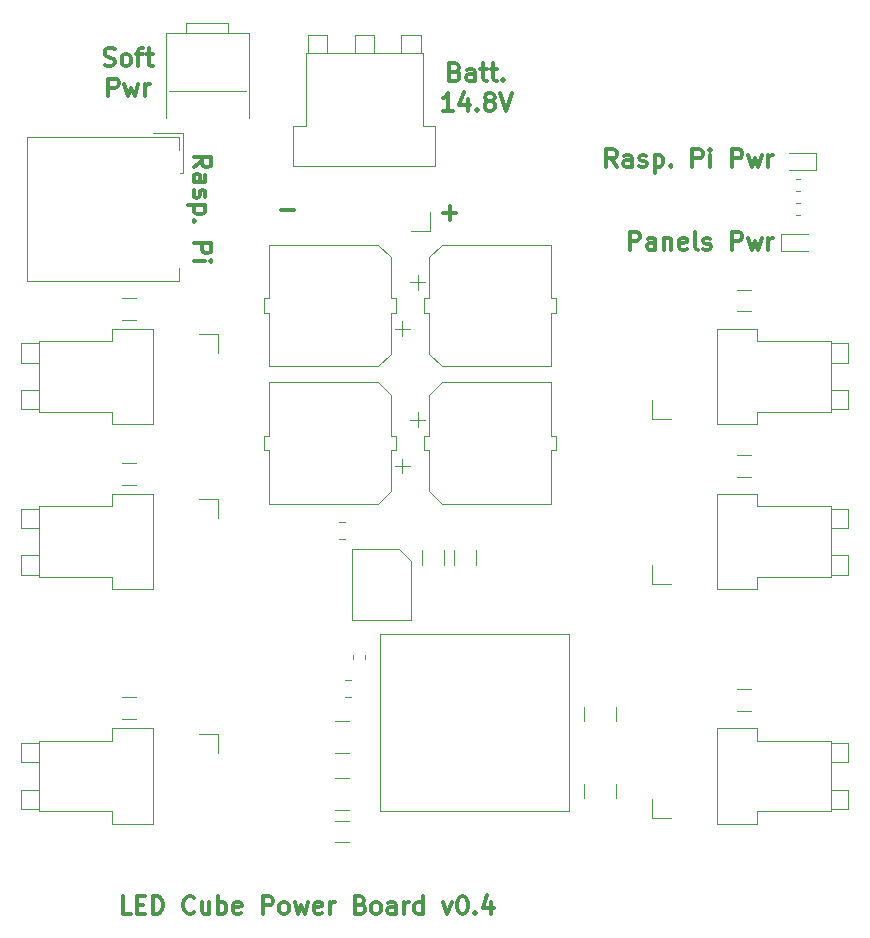
<source format=gbr>
G04 #@! TF.GenerationSoftware,KiCad,Pcbnew,(5.1.0-0)*
G04 #@! TF.CreationDate,2019-05-02T09:23:52-04:00*
G04 #@! TF.ProjectId,Power Board,506f7765-7220-4426-9f61-72642e6b6963,rev?*
G04 #@! TF.SameCoordinates,Original*
G04 #@! TF.FileFunction,Legend,Top*
G04 #@! TF.FilePolarity,Positive*
%FSLAX46Y46*%
G04 Gerber Fmt 4.6, Leading zero omitted, Abs format (unit mm)*
G04 Created by KiCad (PCBNEW (5.1.0-0)) date 2019-05-02 09:23:52*
%MOMM*%
%LPD*%
G04 APERTURE LIST*
%ADD10C,0.300000*%
%ADD11C,0.120000*%
G04 APERTURE END LIST*
D10*
X86266428Y-109428571D02*
X85552142Y-109428571D01*
X85552142Y-107928571D01*
X86766428Y-108642857D02*
X87266428Y-108642857D01*
X87480714Y-109428571D02*
X86766428Y-109428571D01*
X86766428Y-107928571D01*
X87480714Y-107928571D01*
X88123571Y-109428571D02*
X88123571Y-107928571D01*
X88480714Y-107928571D01*
X88695000Y-108000000D01*
X88837857Y-108142857D01*
X88909285Y-108285714D01*
X88980714Y-108571428D01*
X88980714Y-108785714D01*
X88909285Y-109071428D01*
X88837857Y-109214285D01*
X88695000Y-109357142D01*
X88480714Y-109428571D01*
X88123571Y-109428571D01*
X91623571Y-109285714D02*
X91552142Y-109357142D01*
X91337857Y-109428571D01*
X91195000Y-109428571D01*
X90980714Y-109357142D01*
X90837857Y-109214285D01*
X90766428Y-109071428D01*
X90695000Y-108785714D01*
X90695000Y-108571428D01*
X90766428Y-108285714D01*
X90837857Y-108142857D01*
X90980714Y-108000000D01*
X91195000Y-107928571D01*
X91337857Y-107928571D01*
X91552142Y-108000000D01*
X91623571Y-108071428D01*
X92909285Y-108428571D02*
X92909285Y-109428571D01*
X92266428Y-108428571D02*
X92266428Y-109214285D01*
X92337857Y-109357142D01*
X92480714Y-109428571D01*
X92695000Y-109428571D01*
X92837857Y-109357142D01*
X92909285Y-109285714D01*
X93623571Y-109428571D02*
X93623571Y-107928571D01*
X93623571Y-108500000D02*
X93766428Y-108428571D01*
X94052142Y-108428571D01*
X94195000Y-108500000D01*
X94266428Y-108571428D01*
X94337857Y-108714285D01*
X94337857Y-109142857D01*
X94266428Y-109285714D01*
X94195000Y-109357142D01*
X94052142Y-109428571D01*
X93766428Y-109428571D01*
X93623571Y-109357142D01*
X95552142Y-109357142D02*
X95409285Y-109428571D01*
X95123571Y-109428571D01*
X94980714Y-109357142D01*
X94909285Y-109214285D01*
X94909285Y-108642857D01*
X94980714Y-108500000D01*
X95123571Y-108428571D01*
X95409285Y-108428571D01*
X95552142Y-108500000D01*
X95623571Y-108642857D01*
X95623571Y-108785714D01*
X94909285Y-108928571D01*
X97409285Y-109428571D02*
X97409285Y-107928571D01*
X97980714Y-107928571D01*
X98123571Y-108000000D01*
X98195000Y-108071428D01*
X98266428Y-108214285D01*
X98266428Y-108428571D01*
X98195000Y-108571428D01*
X98123571Y-108642857D01*
X97980714Y-108714285D01*
X97409285Y-108714285D01*
X99123571Y-109428571D02*
X98980714Y-109357142D01*
X98909285Y-109285714D01*
X98837857Y-109142857D01*
X98837857Y-108714285D01*
X98909285Y-108571428D01*
X98980714Y-108500000D01*
X99123571Y-108428571D01*
X99337857Y-108428571D01*
X99480714Y-108500000D01*
X99552142Y-108571428D01*
X99623571Y-108714285D01*
X99623571Y-109142857D01*
X99552142Y-109285714D01*
X99480714Y-109357142D01*
X99337857Y-109428571D01*
X99123571Y-109428571D01*
X100123571Y-108428571D02*
X100409285Y-109428571D01*
X100695000Y-108714285D01*
X100980714Y-109428571D01*
X101266428Y-108428571D01*
X102409285Y-109357142D02*
X102266428Y-109428571D01*
X101980714Y-109428571D01*
X101837857Y-109357142D01*
X101766428Y-109214285D01*
X101766428Y-108642857D01*
X101837857Y-108500000D01*
X101980714Y-108428571D01*
X102266428Y-108428571D01*
X102409285Y-108500000D01*
X102480714Y-108642857D01*
X102480714Y-108785714D01*
X101766428Y-108928571D01*
X103123571Y-109428571D02*
X103123571Y-108428571D01*
X103123571Y-108714285D02*
X103195000Y-108571428D01*
X103266428Y-108500000D01*
X103409285Y-108428571D01*
X103552142Y-108428571D01*
X105695000Y-108642857D02*
X105909285Y-108714285D01*
X105980714Y-108785714D01*
X106052142Y-108928571D01*
X106052142Y-109142857D01*
X105980714Y-109285714D01*
X105909285Y-109357142D01*
X105766428Y-109428571D01*
X105195000Y-109428571D01*
X105195000Y-107928571D01*
X105695000Y-107928571D01*
X105837857Y-108000000D01*
X105909285Y-108071428D01*
X105980714Y-108214285D01*
X105980714Y-108357142D01*
X105909285Y-108500000D01*
X105837857Y-108571428D01*
X105695000Y-108642857D01*
X105195000Y-108642857D01*
X106909285Y-109428571D02*
X106766428Y-109357142D01*
X106695000Y-109285714D01*
X106623571Y-109142857D01*
X106623571Y-108714285D01*
X106695000Y-108571428D01*
X106766428Y-108500000D01*
X106909285Y-108428571D01*
X107123571Y-108428571D01*
X107266428Y-108500000D01*
X107337857Y-108571428D01*
X107409285Y-108714285D01*
X107409285Y-109142857D01*
X107337857Y-109285714D01*
X107266428Y-109357142D01*
X107123571Y-109428571D01*
X106909285Y-109428571D01*
X108695000Y-109428571D02*
X108695000Y-108642857D01*
X108623571Y-108500000D01*
X108480714Y-108428571D01*
X108195000Y-108428571D01*
X108052142Y-108500000D01*
X108695000Y-109357142D02*
X108552142Y-109428571D01*
X108195000Y-109428571D01*
X108052142Y-109357142D01*
X107980714Y-109214285D01*
X107980714Y-109071428D01*
X108052142Y-108928571D01*
X108195000Y-108857142D01*
X108552142Y-108857142D01*
X108695000Y-108785714D01*
X109409285Y-109428571D02*
X109409285Y-108428571D01*
X109409285Y-108714285D02*
X109480714Y-108571428D01*
X109552142Y-108500000D01*
X109695000Y-108428571D01*
X109837857Y-108428571D01*
X110980714Y-109428571D02*
X110980714Y-107928571D01*
X110980714Y-109357142D02*
X110837857Y-109428571D01*
X110552142Y-109428571D01*
X110409285Y-109357142D01*
X110337857Y-109285714D01*
X110266428Y-109142857D01*
X110266428Y-108714285D01*
X110337857Y-108571428D01*
X110409285Y-108500000D01*
X110552142Y-108428571D01*
X110837857Y-108428571D01*
X110980714Y-108500000D01*
X112695000Y-108428571D02*
X113052142Y-109428571D01*
X113409285Y-108428571D01*
X114266428Y-107928571D02*
X114409285Y-107928571D01*
X114552142Y-108000000D01*
X114623571Y-108071428D01*
X114695000Y-108214285D01*
X114766428Y-108500000D01*
X114766428Y-108857142D01*
X114695000Y-109142857D01*
X114623571Y-109285714D01*
X114552142Y-109357142D01*
X114409285Y-109428571D01*
X114266428Y-109428571D01*
X114123571Y-109357142D01*
X114052142Y-109285714D01*
X113980714Y-109142857D01*
X113909285Y-108857142D01*
X113909285Y-108500000D01*
X113980714Y-108214285D01*
X114052142Y-108071428D01*
X114123571Y-108000000D01*
X114266428Y-107928571D01*
X115409285Y-109285714D02*
X115480714Y-109357142D01*
X115409285Y-109428571D01*
X115337857Y-109357142D01*
X115409285Y-109285714D01*
X115409285Y-109428571D01*
X116766428Y-108428571D02*
X116766428Y-109428571D01*
X116409285Y-107857142D02*
X116052142Y-108928571D01*
X116980714Y-108928571D01*
X128519285Y-53178571D02*
X128519285Y-51678571D01*
X129090714Y-51678571D01*
X129233571Y-51750000D01*
X129305000Y-51821428D01*
X129376428Y-51964285D01*
X129376428Y-52178571D01*
X129305000Y-52321428D01*
X129233571Y-52392857D01*
X129090714Y-52464285D01*
X128519285Y-52464285D01*
X130662142Y-53178571D02*
X130662142Y-52392857D01*
X130590714Y-52250000D01*
X130447857Y-52178571D01*
X130162142Y-52178571D01*
X130019285Y-52250000D01*
X130662142Y-53107142D02*
X130519285Y-53178571D01*
X130162142Y-53178571D01*
X130019285Y-53107142D01*
X129947857Y-52964285D01*
X129947857Y-52821428D01*
X130019285Y-52678571D01*
X130162142Y-52607142D01*
X130519285Y-52607142D01*
X130662142Y-52535714D01*
X131376428Y-52178571D02*
X131376428Y-53178571D01*
X131376428Y-52321428D02*
X131447857Y-52250000D01*
X131590714Y-52178571D01*
X131805000Y-52178571D01*
X131947857Y-52250000D01*
X132019285Y-52392857D01*
X132019285Y-53178571D01*
X133305000Y-53107142D02*
X133162142Y-53178571D01*
X132876428Y-53178571D01*
X132733571Y-53107142D01*
X132662142Y-52964285D01*
X132662142Y-52392857D01*
X132733571Y-52250000D01*
X132876428Y-52178571D01*
X133162142Y-52178571D01*
X133305000Y-52250000D01*
X133376428Y-52392857D01*
X133376428Y-52535714D01*
X132662142Y-52678571D01*
X134233571Y-53178571D02*
X134090714Y-53107142D01*
X134019285Y-52964285D01*
X134019285Y-51678571D01*
X134733571Y-53107142D02*
X134876428Y-53178571D01*
X135162142Y-53178571D01*
X135305000Y-53107142D01*
X135376428Y-52964285D01*
X135376428Y-52892857D01*
X135305000Y-52750000D01*
X135162142Y-52678571D01*
X134947857Y-52678571D01*
X134805000Y-52607142D01*
X134733571Y-52464285D01*
X134733571Y-52392857D01*
X134805000Y-52250000D01*
X134947857Y-52178571D01*
X135162142Y-52178571D01*
X135305000Y-52250000D01*
X137162142Y-53178571D02*
X137162142Y-51678571D01*
X137733571Y-51678571D01*
X137876428Y-51750000D01*
X137947857Y-51821428D01*
X138019285Y-51964285D01*
X138019285Y-52178571D01*
X137947857Y-52321428D01*
X137876428Y-52392857D01*
X137733571Y-52464285D01*
X137162142Y-52464285D01*
X138519285Y-52178571D02*
X138805000Y-53178571D01*
X139090714Y-52464285D01*
X139376428Y-53178571D01*
X139662142Y-52178571D01*
X140233571Y-53178571D02*
X140233571Y-52178571D01*
X140233571Y-52464285D02*
X140305000Y-52321428D01*
X140376428Y-52250000D01*
X140519285Y-52178571D01*
X140662142Y-52178571D01*
X127376428Y-46178571D02*
X126876428Y-45464285D01*
X126519285Y-46178571D02*
X126519285Y-44678571D01*
X127090714Y-44678571D01*
X127233571Y-44750000D01*
X127305000Y-44821428D01*
X127376428Y-44964285D01*
X127376428Y-45178571D01*
X127305000Y-45321428D01*
X127233571Y-45392857D01*
X127090714Y-45464285D01*
X126519285Y-45464285D01*
X128662142Y-46178571D02*
X128662142Y-45392857D01*
X128590714Y-45250000D01*
X128447857Y-45178571D01*
X128162142Y-45178571D01*
X128019285Y-45250000D01*
X128662142Y-46107142D02*
X128519285Y-46178571D01*
X128162142Y-46178571D01*
X128019285Y-46107142D01*
X127947857Y-45964285D01*
X127947857Y-45821428D01*
X128019285Y-45678571D01*
X128162142Y-45607142D01*
X128519285Y-45607142D01*
X128662142Y-45535714D01*
X129305000Y-46107142D02*
X129447857Y-46178571D01*
X129733571Y-46178571D01*
X129876428Y-46107142D01*
X129947857Y-45964285D01*
X129947857Y-45892857D01*
X129876428Y-45750000D01*
X129733571Y-45678571D01*
X129519285Y-45678571D01*
X129376428Y-45607142D01*
X129305000Y-45464285D01*
X129305000Y-45392857D01*
X129376428Y-45250000D01*
X129519285Y-45178571D01*
X129733571Y-45178571D01*
X129876428Y-45250000D01*
X130590714Y-45178571D02*
X130590714Y-46678571D01*
X130590714Y-45250000D02*
X130733571Y-45178571D01*
X131019285Y-45178571D01*
X131162142Y-45250000D01*
X131233571Y-45321428D01*
X131305000Y-45464285D01*
X131305000Y-45892857D01*
X131233571Y-46035714D01*
X131162142Y-46107142D01*
X131019285Y-46178571D01*
X130733571Y-46178571D01*
X130590714Y-46107142D01*
X131947857Y-46035714D02*
X132019285Y-46107142D01*
X131947857Y-46178571D01*
X131876428Y-46107142D01*
X131947857Y-46035714D01*
X131947857Y-46178571D01*
X133805000Y-46178571D02*
X133805000Y-44678571D01*
X134376428Y-44678571D01*
X134519285Y-44750000D01*
X134590714Y-44821428D01*
X134662142Y-44964285D01*
X134662142Y-45178571D01*
X134590714Y-45321428D01*
X134519285Y-45392857D01*
X134376428Y-45464285D01*
X133805000Y-45464285D01*
X135305000Y-46178571D02*
X135305000Y-45178571D01*
X135305000Y-44678571D02*
X135233571Y-44750000D01*
X135305000Y-44821428D01*
X135376428Y-44750000D01*
X135305000Y-44678571D01*
X135305000Y-44821428D01*
X137162142Y-46178571D02*
X137162142Y-44678571D01*
X137733571Y-44678571D01*
X137876428Y-44750000D01*
X137947857Y-44821428D01*
X138019285Y-44964285D01*
X138019285Y-45178571D01*
X137947857Y-45321428D01*
X137876428Y-45392857D01*
X137733571Y-45464285D01*
X137162142Y-45464285D01*
X138519285Y-45178571D02*
X138805000Y-46178571D01*
X139090714Y-45464285D01*
X139376428Y-46178571D01*
X139662142Y-45178571D01*
X140233571Y-46178571D02*
X140233571Y-45178571D01*
X140233571Y-45464285D02*
X140305000Y-45321428D01*
X140376428Y-45250000D01*
X140519285Y-45178571D01*
X140662142Y-45178571D01*
X91571428Y-46214285D02*
X92285714Y-45714285D01*
X91571428Y-45357142D02*
X93071428Y-45357142D01*
X93071428Y-45928571D01*
X93000000Y-46071428D01*
X92928571Y-46142857D01*
X92785714Y-46214285D01*
X92571428Y-46214285D01*
X92428571Y-46142857D01*
X92357142Y-46071428D01*
X92285714Y-45928571D01*
X92285714Y-45357142D01*
X91571428Y-47500000D02*
X92357142Y-47500000D01*
X92500000Y-47428571D01*
X92571428Y-47285714D01*
X92571428Y-47000000D01*
X92500000Y-46857142D01*
X91642857Y-47500000D02*
X91571428Y-47357142D01*
X91571428Y-47000000D01*
X91642857Y-46857142D01*
X91785714Y-46785714D01*
X91928571Y-46785714D01*
X92071428Y-46857142D01*
X92142857Y-47000000D01*
X92142857Y-47357142D01*
X92214285Y-47500000D01*
X91642857Y-48142857D02*
X91571428Y-48285714D01*
X91571428Y-48571428D01*
X91642857Y-48714285D01*
X91785714Y-48785714D01*
X91857142Y-48785714D01*
X92000000Y-48714285D01*
X92071428Y-48571428D01*
X92071428Y-48357142D01*
X92142857Y-48214285D01*
X92285714Y-48142857D01*
X92357142Y-48142857D01*
X92500000Y-48214285D01*
X92571428Y-48357142D01*
X92571428Y-48571428D01*
X92500000Y-48714285D01*
X92571428Y-49428571D02*
X91071428Y-49428571D01*
X92500000Y-49428571D02*
X92571428Y-49571428D01*
X92571428Y-49857142D01*
X92500000Y-50000000D01*
X92428571Y-50071428D01*
X92285714Y-50142857D01*
X91857142Y-50142857D01*
X91714285Y-50071428D01*
X91642857Y-50000000D01*
X91571428Y-49857142D01*
X91571428Y-49571428D01*
X91642857Y-49428571D01*
X91714285Y-50785714D02*
X91642857Y-50857142D01*
X91571428Y-50785714D01*
X91642857Y-50714285D01*
X91714285Y-50785714D01*
X91571428Y-50785714D01*
X91571428Y-52642857D02*
X93071428Y-52642857D01*
X93071428Y-53214285D01*
X93000000Y-53357142D01*
X92928571Y-53428571D01*
X92785714Y-53500000D01*
X92571428Y-53500000D01*
X92428571Y-53428571D01*
X92357142Y-53357142D01*
X92285714Y-53214285D01*
X92285714Y-52642857D01*
X91571428Y-54142857D02*
X92571428Y-54142857D01*
X93071428Y-54142857D02*
X93000000Y-54071428D01*
X92928571Y-54142857D01*
X93000000Y-54214285D01*
X93071428Y-54142857D01*
X92928571Y-54142857D01*
X84035714Y-37582142D02*
X84250000Y-37653571D01*
X84607142Y-37653571D01*
X84750000Y-37582142D01*
X84821428Y-37510714D01*
X84892857Y-37367857D01*
X84892857Y-37225000D01*
X84821428Y-37082142D01*
X84750000Y-37010714D01*
X84607142Y-36939285D01*
X84321428Y-36867857D01*
X84178571Y-36796428D01*
X84107142Y-36725000D01*
X84035714Y-36582142D01*
X84035714Y-36439285D01*
X84107142Y-36296428D01*
X84178571Y-36225000D01*
X84321428Y-36153571D01*
X84678571Y-36153571D01*
X84892857Y-36225000D01*
X85750000Y-37653571D02*
X85607142Y-37582142D01*
X85535714Y-37510714D01*
X85464285Y-37367857D01*
X85464285Y-36939285D01*
X85535714Y-36796428D01*
X85607142Y-36725000D01*
X85750000Y-36653571D01*
X85964285Y-36653571D01*
X86107142Y-36725000D01*
X86178571Y-36796428D01*
X86250000Y-36939285D01*
X86250000Y-37367857D01*
X86178571Y-37510714D01*
X86107142Y-37582142D01*
X85964285Y-37653571D01*
X85750000Y-37653571D01*
X86678571Y-36653571D02*
X87250000Y-36653571D01*
X86892857Y-37653571D02*
X86892857Y-36367857D01*
X86964285Y-36225000D01*
X87107142Y-36153571D01*
X87250000Y-36153571D01*
X87535714Y-36653571D02*
X88107142Y-36653571D01*
X87750000Y-36153571D02*
X87750000Y-37439285D01*
X87821428Y-37582142D01*
X87964285Y-37653571D01*
X88107142Y-37653571D01*
X84357142Y-40203571D02*
X84357142Y-38703571D01*
X84928571Y-38703571D01*
X85071428Y-38775000D01*
X85142857Y-38846428D01*
X85214285Y-38989285D01*
X85214285Y-39203571D01*
X85142857Y-39346428D01*
X85071428Y-39417857D01*
X84928571Y-39489285D01*
X84357142Y-39489285D01*
X85714285Y-39203571D02*
X86000000Y-40203571D01*
X86285714Y-39489285D01*
X86571428Y-40203571D01*
X86857142Y-39203571D01*
X87428571Y-40203571D02*
X87428571Y-39203571D01*
X87428571Y-39489285D02*
X87500000Y-39346428D01*
X87571428Y-39275000D01*
X87714285Y-39203571D01*
X87857142Y-39203571D01*
X98928571Y-49857142D02*
X100071428Y-49857142D01*
X112678571Y-50107142D02*
X113821428Y-50107142D01*
X113250000Y-50678571D02*
X113250000Y-49535714D01*
X113714285Y-38117857D02*
X113928571Y-38189285D01*
X114000000Y-38260714D01*
X114071428Y-38403571D01*
X114071428Y-38617857D01*
X114000000Y-38760714D01*
X113928571Y-38832142D01*
X113785714Y-38903571D01*
X113214285Y-38903571D01*
X113214285Y-37403571D01*
X113714285Y-37403571D01*
X113857142Y-37475000D01*
X113928571Y-37546428D01*
X114000000Y-37689285D01*
X114000000Y-37832142D01*
X113928571Y-37975000D01*
X113857142Y-38046428D01*
X113714285Y-38117857D01*
X113214285Y-38117857D01*
X115357142Y-38903571D02*
X115357142Y-38117857D01*
X115285714Y-37975000D01*
X115142857Y-37903571D01*
X114857142Y-37903571D01*
X114714285Y-37975000D01*
X115357142Y-38832142D02*
X115214285Y-38903571D01*
X114857142Y-38903571D01*
X114714285Y-38832142D01*
X114642857Y-38689285D01*
X114642857Y-38546428D01*
X114714285Y-38403571D01*
X114857142Y-38332142D01*
X115214285Y-38332142D01*
X115357142Y-38260714D01*
X115857142Y-37903571D02*
X116428571Y-37903571D01*
X116071428Y-37403571D02*
X116071428Y-38689285D01*
X116142857Y-38832142D01*
X116285714Y-38903571D01*
X116428571Y-38903571D01*
X116714285Y-37903571D02*
X117285714Y-37903571D01*
X116928571Y-37403571D02*
X116928571Y-38689285D01*
X117000000Y-38832142D01*
X117142857Y-38903571D01*
X117285714Y-38903571D01*
X117785714Y-38760714D02*
X117857142Y-38832142D01*
X117785714Y-38903571D01*
X117714285Y-38832142D01*
X117785714Y-38760714D01*
X117785714Y-38903571D01*
X113500000Y-41453571D02*
X112642857Y-41453571D01*
X113071428Y-41453571D02*
X113071428Y-39953571D01*
X112928571Y-40167857D01*
X112785714Y-40310714D01*
X112642857Y-40382142D01*
X114785714Y-40453571D02*
X114785714Y-41453571D01*
X114428571Y-39882142D02*
X114071428Y-40953571D01*
X115000000Y-40953571D01*
X115571428Y-41310714D02*
X115642857Y-41382142D01*
X115571428Y-41453571D01*
X115500000Y-41382142D01*
X115571428Y-41310714D01*
X115571428Y-41453571D01*
X116500000Y-40596428D02*
X116357142Y-40525000D01*
X116285714Y-40453571D01*
X116214285Y-40310714D01*
X116214285Y-40239285D01*
X116285714Y-40096428D01*
X116357142Y-40025000D01*
X116500000Y-39953571D01*
X116785714Y-39953571D01*
X116928571Y-40025000D01*
X117000000Y-40096428D01*
X117071428Y-40239285D01*
X117071428Y-40310714D01*
X117000000Y-40453571D01*
X116928571Y-40525000D01*
X116785714Y-40596428D01*
X116500000Y-40596428D01*
X116357142Y-40667857D01*
X116285714Y-40739285D01*
X116214285Y-40882142D01*
X116214285Y-41167857D01*
X116285714Y-41310714D01*
X116357142Y-41382142D01*
X116500000Y-41453571D01*
X116785714Y-41453571D01*
X116928571Y-41382142D01*
X117000000Y-41310714D01*
X117071428Y-41167857D01*
X117071428Y-40882142D01*
X117000000Y-40739285D01*
X116928571Y-40667857D01*
X116785714Y-40596428D01*
X117500000Y-39953571D02*
X118000000Y-41453571D01*
X118500000Y-39953571D01*
D11*
X123316000Y-85718000D02*
X107316000Y-85718000D01*
X123316000Y-100718000D02*
X123316000Y-85718000D01*
X107316000Y-100718000D02*
X123316000Y-100718000D01*
X107316000Y-85718000D02*
X107316000Y-100718000D01*
X137597936Y-92210000D02*
X138802064Y-92210000D01*
X137597936Y-90390000D02*
X138802064Y-90390000D01*
X137597936Y-72410000D02*
X138802064Y-72410000D01*
X137597936Y-70590000D02*
X138802064Y-70590000D01*
X137597936Y-58410000D02*
X138802064Y-58410000D01*
X137597936Y-56590000D02*
X138802064Y-56590000D01*
X86702064Y-91090000D02*
X85497936Y-91090000D01*
X86702064Y-92910000D02*
X85497936Y-92910000D01*
X86702064Y-71290000D02*
X85497936Y-71290000D01*
X86702064Y-73110000D02*
X85497936Y-73110000D01*
X86702064Y-57290000D02*
X85497936Y-57290000D01*
X86702064Y-59110000D02*
X85497936Y-59110000D01*
X109942000Y-79534000D02*
X108942000Y-78534000D01*
X104942000Y-84534000D02*
X109942000Y-84534000D01*
X104942000Y-78534000D02*
X104942000Y-84534000D01*
X108942000Y-78534000D02*
X104942000Y-78534000D01*
X109942000Y-84534000D02*
X109942000Y-79534000D01*
X90672000Y-43310000D02*
X88172000Y-43310000D01*
X90672000Y-46720000D02*
X90672000Y-43310000D01*
X90422000Y-46720000D02*
X90672000Y-46720000D01*
X77452000Y-55830000D02*
X77452000Y-49720000D01*
X90372000Y-55830000D02*
X77452000Y-55830000D01*
X90372000Y-54720000D02*
X90372000Y-55830000D01*
X77452000Y-43610000D02*
X77452000Y-49720000D01*
X90372000Y-43610000D02*
X77452000Y-43610000D01*
X90372000Y-44720000D02*
X90372000Y-43610000D01*
X94446000Y-33996000D02*
X94446000Y-34846000D01*
X92696000Y-33996000D02*
X94446000Y-33996000D01*
X90946000Y-33996000D02*
X90946000Y-34846000D01*
X92696000Y-33996000D02*
X90946000Y-33996000D01*
X89246000Y-34846000D02*
X96246000Y-34846000D01*
X89496000Y-39746000D02*
X95996000Y-39746000D01*
X96246000Y-42046000D02*
X96246000Y-34846000D01*
X89246000Y-42046000D02*
X89246000Y-34846000D01*
X122214000Y-70152000D02*
X121804000Y-70152000D01*
X122214000Y-68932000D02*
X122214000Y-70152000D01*
X121804000Y-68932000D02*
X122214000Y-68932000D01*
X111504000Y-68932000D02*
X111094000Y-68932000D01*
X111094000Y-70152000D02*
X111094000Y-68932000D01*
X111504000Y-70152000D02*
X111094000Y-70152000D01*
X111504000Y-73627563D02*
X112568437Y-74692000D01*
X112568437Y-64392000D02*
X121804000Y-64392000D01*
X110529000Y-66957000D02*
X110529000Y-68207000D01*
X112568437Y-74692000D02*
X121804000Y-74692000D01*
X109904000Y-67582000D02*
X111154000Y-67582000D01*
X111504000Y-65456437D02*
X112568437Y-64392000D01*
X111504000Y-65456437D02*
X111504000Y-68932000D01*
X111504000Y-73627563D02*
X111504000Y-70152000D01*
X121804000Y-74692000D02*
X121804000Y-70152000D01*
X121804000Y-64392000D02*
X121804000Y-68932000D01*
X122214000Y-58522000D02*
X121804000Y-58522000D01*
X122214000Y-57302000D02*
X122214000Y-58522000D01*
X121804000Y-57302000D02*
X122214000Y-57302000D01*
X111504000Y-57302000D02*
X111094000Y-57302000D01*
X111094000Y-58522000D02*
X111094000Y-57302000D01*
X111504000Y-58522000D02*
X111094000Y-58522000D01*
X111504000Y-61997563D02*
X112568437Y-63062000D01*
X112568437Y-52762000D02*
X121804000Y-52762000D01*
X110529000Y-55327000D02*
X110529000Y-56577000D01*
X112568437Y-63062000D02*
X121804000Y-63062000D01*
X109904000Y-55952000D02*
X111154000Y-55952000D01*
X111504000Y-53826437D02*
X112568437Y-52762000D01*
X111504000Y-53826437D02*
X111504000Y-57302000D01*
X111504000Y-61997563D02*
X111504000Y-58522000D01*
X121804000Y-63062000D02*
X121804000Y-58522000D01*
X121804000Y-52762000D02*
X121804000Y-57302000D01*
X97564000Y-68932000D02*
X97974000Y-68932000D01*
X97564000Y-70152000D02*
X97564000Y-68932000D01*
X97974000Y-70152000D02*
X97564000Y-70152000D01*
X108274000Y-70152000D02*
X108684000Y-70152000D01*
X108684000Y-68932000D02*
X108684000Y-70152000D01*
X108274000Y-68932000D02*
X108684000Y-68932000D01*
X108274000Y-65456437D02*
X107209563Y-64392000D01*
X107209563Y-74692000D02*
X97974000Y-74692000D01*
X109249000Y-72127000D02*
X109249000Y-70877000D01*
X107209563Y-64392000D02*
X97974000Y-64392000D01*
X109874000Y-71502000D02*
X108624000Y-71502000D01*
X108274000Y-73627563D02*
X107209563Y-74692000D01*
X108274000Y-73627563D02*
X108274000Y-70152000D01*
X108274000Y-65456437D02*
X108274000Y-68932000D01*
X97974000Y-64392000D02*
X97974000Y-68932000D01*
X97974000Y-74692000D02*
X97974000Y-70152000D01*
X97564000Y-57302000D02*
X97974000Y-57302000D01*
X97564000Y-58522000D02*
X97564000Y-57302000D01*
X97974000Y-58522000D02*
X97564000Y-58522000D01*
X108274000Y-58522000D02*
X108684000Y-58522000D01*
X108684000Y-57302000D02*
X108684000Y-58522000D01*
X108274000Y-57302000D02*
X108684000Y-57302000D01*
X108274000Y-53826437D02*
X107209563Y-52762000D01*
X107209563Y-63062000D02*
X97974000Y-63062000D01*
X109249000Y-60497000D02*
X109249000Y-59247000D01*
X107209563Y-52762000D02*
X97974000Y-52762000D01*
X109874000Y-59872000D02*
X108624000Y-59872000D01*
X108274000Y-61997563D02*
X107209563Y-63062000D01*
X108274000Y-61997563D02*
X108274000Y-58522000D01*
X108274000Y-53826437D02*
X108274000Y-57302000D01*
X97974000Y-52762000D02*
X97974000Y-57302000D01*
X97974000Y-63062000D02*
X97974000Y-58522000D01*
X130390000Y-101350000D02*
X132000000Y-101350000D01*
X130390000Y-99740000D02*
X130390000Y-101350000D01*
X147010000Y-94960000D02*
X145510000Y-94960000D01*
X147010000Y-96600000D02*
X147010000Y-94960000D01*
X145510000Y-96600000D02*
X147010000Y-96600000D01*
X147010000Y-98920000D02*
X145510000Y-98920000D01*
X147010000Y-100560000D02*
X147010000Y-98920000D01*
X145510000Y-100560000D02*
X147010000Y-100560000D01*
X139310000Y-101800000D02*
X135890000Y-101800000D01*
X139310000Y-100750000D02*
X139310000Y-101800000D01*
X145510000Y-100750000D02*
X139310000Y-100750000D01*
X145510000Y-94770000D02*
X145510000Y-100750000D01*
X139310000Y-94770000D02*
X145510000Y-94770000D01*
X139310000Y-93720000D02*
X139310000Y-94770000D01*
X135890000Y-93720000D02*
X139310000Y-93720000D01*
X135890000Y-101800000D02*
X135890000Y-93720000D01*
X130390000Y-81508000D02*
X132000000Y-81508000D01*
X130390000Y-79898000D02*
X130390000Y-81508000D01*
X147010000Y-75118000D02*
X145510000Y-75118000D01*
X147010000Y-76758000D02*
X147010000Y-75118000D01*
X145510000Y-76758000D02*
X147010000Y-76758000D01*
X147010000Y-79078000D02*
X145510000Y-79078000D01*
X147010000Y-80718000D02*
X147010000Y-79078000D01*
X145510000Y-80718000D02*
X147010000Y-80718000D01*
X139310000Y-81958000D02*
X135890000Y-81958000D01*
X139310000Y-80908000D02*
X139310000Y-81958000D01*
X145510000Y-80908000D02*
X139310000Y-80908000D01*
X145510000Y-74928000D02*
X145510000Y-80908000D01*
X139310000Y-74928000D02*
X145510000Y-74928000D01*
X139310000Y-73878000D02*
X139310000Y-74928000D01*
X135890000Y-73878000D02*
X139310000Y-73878000D01*
X135890000Y-81958000D02*
X135890000Y-73878000D01*
X130390000Y-67508000D02*
X132000000Y-67508000D01*
X130390000Y-65898000D02*
X130390000Y-67508000D01*
X147010000Y-61118000D02*
X145510000Y-61118000D01*
X147010000Y-62758000D02*
X147010000Y-61118000D01*
X145510000Y-62758000D02*
X147010000Y-62758000D01*
X147010000Y-65078000D02*
X145510000Y-65078000D01*
X147010000Y-66718000D02*
X147010000Y-65078000D01*
X145510000Y-66718000D02*
X147010000Y-66718000D01*
X139310000Y-67958000D02*
X135890000Y-67958000D01*
X139310000Y-66908000D02*
X139310000Y-67958000D01*
X145510000Y-66908000D02*
X139310000Y-66908000D01*
X145510000Y-60928000D02*
X145510000Y-66908000D01*
X139310000Y-60928000D02*
X145510000Y-60928000D01*
X139310000Y-59878000D02*
X139310000Y-60928000D01*
X135890000Y-59878000D02*
X139310000Y-59878000D01*
X135890000Y-67958000D02*
X135890000Y-59878000D01*
X93610000Y-94170000D02*
X92000000Y-94170000D01*
X93610000Y-95780000D02*
X93610000Y-94170000D01*
X76990000Y-100560000D02*
X78490000Y-100560000D01*
X76990000Y-98920000D02*
X76990000Y-100560000D01*
X78490000Y-98920000D02*
X76990000Y-98920000D01*
X76990000Y-96600000D02*
X78490000Y-96600000D01*
X76990000Y-94960000D02*
X76990000Y-96600000D01*
X78490000Y-94960000D02*
X76990000Y-94960000D01*
X84690000Y-93720000D02*
X88110000Y-93720000D01*
X84690000Y-94770000D02*
X84690000Y-93720000D01*
X78490000Y-94770000D02*
X84690000Y-94770000D01*
X78490000Y-100750000D02*
X78490000Y-94770000D01*
X84690000Y-100750000D02*
X78490000Y-100750000D01*
X84690000Y-101800000D02*
X84690000Y-100750000D01*
X88110000Y-101800000D02*
X84690000Y-101800000D01*
X88110000Y-93720000D02*
X88110000Y-101800000D01*
X93610000Y-74328000D02*
X92000000Y-74328000D01*
X93610000Y-75938000D02*
X93610000Y-74328000D01*
X76990000Y-80718000D02*
X78490000Y-80718000D01*
X76990000Y-79078000D02*
X76990000Y-80718000D01*
X78490000Y-79078000D02*
X76990000Y-79078000D01*
X76990000Y-76758000D02*
X78490000Y-76758000D01*
X76990000Y-75118000D02*
X76990000Y-76758000D01*
X78490000Y-75118000D02*
X76990000Y-75118000D01*
X84690000Y-73878000D02*
X88110000Y-73878000D01*
X84690000Y-74928000D02*
X84690000Y-73878000D01*
X78490000Y-74928000D02*
X84690000Y-74928000D01*
X78490000Y-80908000D02*
X78490000Y-74928000D01*
X84690000Y-80908000D02*
X78490000Y-80908000D01*
X84690000Y-81958000D02*
X84690000Y-80908000D01*
X88110000Y-81958000D02*
X84690000Y-81958000D01*
X88110000Y-73878000D02*
X88110000Y-81958000D01*
X93610000Y-60328000D02*
X92000000Y-60328000D01*
X93610000Y-61938000D02*
X93610000Y-60328000D01*
X76990000Y-66718000D02*
X78490000Y-66718000D01*
X76990000Y-65078000D02*
X76990000Y-66718000D01*
X78490000Y-65078000D02*
X76990000Y-65078000D01*
X76990000Y-62758000D02*
X78490000Y-62758000D01*
X76990000Y-61118000D02*
X76990000Y-62758000D01*
X78490000Y-61118000D02*
X76990000Y-61118000D01*
X84690000Y-59878000D02*
X88110000Y-59878000D01*
X84690000Y-60928000D02*
X84690000Y-59878000D01*
X78490000Y-60928000D02*
X84690000Y-60928000D01*
X78490000Y-66908000D02*
X78490000Y-60928000D01*
X84690000Y-66908000D02*
X78490000Y-66908000D01*
X84690000Y-67958000D02*
X84690000Y-66908000D01*
X88110000Y-67958000D02*
X84690000Y-67958000D01*
X88110000Y-59878000D02*
X88110000Y-67958000D01*
X111592000Y-51648000D02*
X111592000Y-50038000D01*
X109982000Y-51648000D02*
X111592000Y-51648000D01*
X101242000Y-35028000D02*
X101242000Y-36528000D01*
X102882000Y-35028000D02*
X101242000Y-35028000D01*
X102882000Y-36528000D02*
X102882000Y-35028000D01*
X105202000Y-35028000D02*
X105202000Y-36528000D01*
X106842000Y-35028000D02*
X105202000Y-35028000D01*
X106842000Y-36528000D02*
X106842000Y-35028000D01*
X109162000Y-35028000D02*
X109162000Y-36528000D01*
X110802000Y-35028000D02*
X109162000Y-35028000D01*
X110802000Y-36528000D02*
X110802000Y-35028000D01*
X112042000Y-42728000D02*
X112042000Y-46148000D01*
X110992000Y-42728000D02*
X112042000Y-42728000D01*
X110992000Y-36528000D02*
X110992000Y-42728000D01*
X101052000Y-36528000D02*
X110992000Y-36528000D01*
X101052000Y-42728000D02*
X101052000Y-36528000D01*
X100002000Y-42728000D02*
X101052000Y-42728000D01*
X100002000Y-46148000D02*
X100002000Y-42728000D01*
X112042000Y-46148000D02*
X100002000Y-46148000D01*
X113640000Y-78647936D02*
X113640000Y-79852064D01*
X115460000Y-78647936D02*
X115460000Y-79852064D01*
X127360000Y-93102064D02*
X127360000Y-91897936D01*
X124640000Y-93102064D02*
X124640000Y-91897936D01*
X124640000Y-98397936D02*
X124640000Y-99602064D01*
X127360000Y-98397936D02*
X127360000Y-99602064D01*
X104742064Y-93128000D02*
X103537936Y-93128000D01*
X104742064Y-95848000D02*
X103537936Y-95848000D01*
X104736064Y-97954000D02*
X103531936Y-97954000D01*
X104736064Y-100674000D02*
X103531936Y-100674000D01*
X104761064Y-101557000D02*
X103556936Y-101557000D01*
X104761064Y-103377000D02*
X103556936Y-103377000D01*
X110914000Y-78656936D02*
X110914000Y-79861064D01*
X112734000Y-78656936D02*
X112734000Y-79861064D01*
X104908578Y-89640000D02*
X104391422Y-89640000D01*
X104908578Y-91060000D02*
X104391422Y-91060000D01*
X104398578Y-76252000D02*
X103881422Y-76252000D01*
X104398578Y-77672000D02*
X103881422Y-77672000D01*
X142919267Y-49274000D02*
X142576733Y-49274000D01*
X142919267Y-50294000D02*
X142576733Y-50294000D01*
X142919267Y-47242000D02*
X142576733Y-47242000D01*
X142919267Y-48262000D02*
X142576733Y-48262000D01*
X141263000Y-53313000D02*
X143548000Y-53313000D01*
X141263000Y-51843000D02*
X141263000Y-53313000D01*
X143548000Y-51843000D02*
X141263000Y-51843000D01*
X144233000Y-44985000D02*
X141948000Y-44985000D01*
X144233000Y-46455000D02*
X144233000Y-44985000D01*
X141948000Y-46455000D02*
X144233000Y-46455000D01*
X105065000Y-87512221D02*
X105065000Y-87837779D01*
X106085000Y-87512221D02*
X106085000Y-87837779D01*
M02*

</source>
